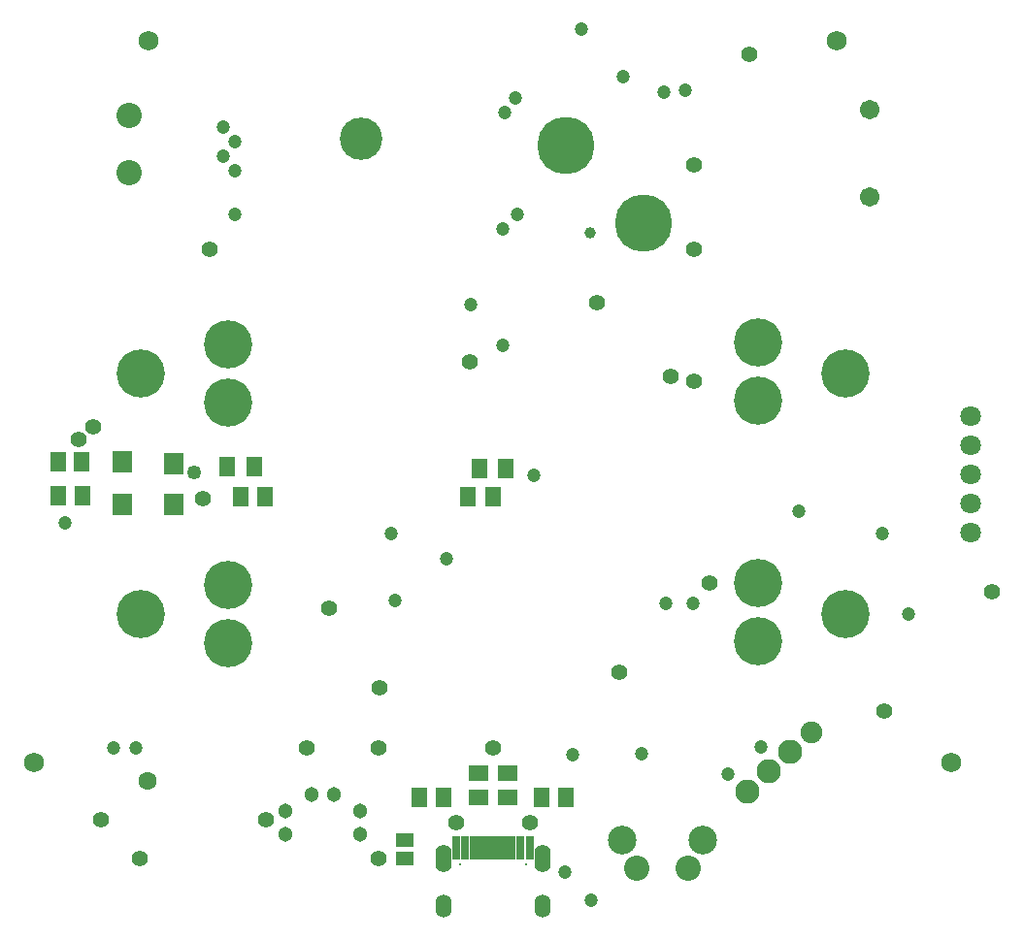
<source format=gbs>
G04*
G04 #@! TF.GenerationSoftware,Altium Limited,Altium Designer,21.6.4 (81)*
G04*
G04 Layer_Color=16711935*
%FSLAX44Y44*%
%MOMM*%
G71*
G04*
G04 #@! TF.SameCoordinates,1D25D15E-8086-452C-9D9C-5104EB157640*
G04*
G04*
G04 #@! TF.FilePolarity,Negative*
G04*
G01*
G75*
%ADD25R,1.5532X1.1532*%
%ADD26R,1.7032X1.4532*%
%ADD39R,0.8032X2.0032*%
%ADD42R,1.4532X1.7032*%
%ADD54C,1.7032*%
%ADD55C,1.8032*%
%ADD56C,2.1032*%
%ADD57C,1.9032*%
%ADD58C,2.5032*%
%ADD59C,2.2032*%
%ADD60C,4.2032*%
%ADD61C,5.0032*%
%ADD62O,1.4032X2.4032*%
%ADD63O,1.4032X2.0032*%
%ADD64C,0.2032*%
%ADD65C,1.7272*%
%ADD66C,1.4032*%
%ADD67C,1.2032*%
%ADD68C,1.0032*%
%ADD69C,1.6032*%
%ADD70C,3.7032*%
%ADD142R,0.5032X2.0032*%
%ADD143R,1.7032X1.9532*%
%ADD144R,1.7032X1.8532*%
%ADD145C,1.3032*%
%ADD146C,1.2532*%
D25*
X633250Y322500D02*
D03*
Y306500D02*
D03*
D26*
X722500Y359500D02*
D03*
Y380500D02*
D03*
X697500D02*
D03*
Y359500D02*
D03*
D39*
X678000Y315350D02*
D03*
X742000D02*
D03*
X734000D02*
D03*
X686000D02*
D03*
D42*
X478500Y648000D02*
D03*
X501500D02*
D03*
X752750Y359500D02*
D03*
X773750D02*
D03*
X351500Y652750D02*
D03*
X330500D02*
D03*
X351750Y623000D02*
D03*
X330750D02*
D03*
X511500Y622000D02*
D03*
X490000D02*
D03*
X710000D02*
D03*
X688500D02*
D03*
X698500Y647000D02*
D03*
X721500D02*
D03*
X666750Y359500D02*
D03*
X645750D02*
D03*
D54*
X1038500Y883650D02*
D03*
Y959850D02*
D03*
D55*
X1126750Y692050D02*
D03*
X1127000Y641250D02*
D03*
Y666650D02*
D03*
Y615850D02*
D03*
Y590450D02*
D03*
D56*
X932424Y364927D02*
D03*
X951000Y382250D02*
D03*
X969576Y399573D02*
D03*
D57*
X988128Y416189D02*
D03*
D58*
X822750Y322500D02*
D03*
X892750D02*
D03*
D59*
X835250Y297500D02*
D03*
X880250D02*
D03*
X393000Y905000D02*
D03*
Y955000D02*
D03*
D60*
X402500Y730000D02*
D03*
Y520000D02*
D03*
X478700Y494600D02*
D03*
Y545400D02*
D03*
Y704600D02*
D03*
Y755400D02*
D03*
X1017500Y520000D02*
D03*
X941300Y546767D02*
D03*
Y495967D02*
D03*
Y705967D02*
D03*
Y756767D02*
D03*
X1017500Y730000D02*
D03*
D61*
X841500Y860950D02*
D03*
X773950Y928500D02*
D03*
D62*
X666800Y306500D02*
D03*
X753200D02*
D03*
D63*
X666800Y264700D02*
D03*
X753200D02*
D03*
D64*
X738900Y301250D02*
D03*
X681100D02*
D03*
D65*
X1010000Y1020000D02*
D03*
X410000D02*
D03*
X1110000Y390000D02*
D03*
X310000D02*
D03*
D66*
X457100Y620000D02*
D03*
X361100Y683000D02*
D03*
X349000Y671608D02*
D03*
X548000Y403000D02*
D03*
X610000D02*
D03*
X611000Y455000D02*
D03*
X610398Y306500D02*
D03*
X512250Y340000D02*
D03*
X885163Y722806D02*
D03*
X899000Y546806D02*
D03*
X567000Y525000D02*
D03*
X820163Y468806D02*
D03*
X1051000Y435000D02*
D03*
X885650Y911750D02*
D03*
X800647Y791225D02*
D03*
X690000Y740000D02*
D03*
X885647Y838225D02*
D03*
X933647Y1008225D02*
D03*
X678000Y338000D02*
D03*
X742000D02*
D03*
X710250Y403000D02*
D03*
X368000Y340000D02*
D03*
X463000Y838000D02*
D03*
X1145094Y539003D02*
D03*
X865163Y726806D02*
D03*
X402000Y306500D02*
D03*
D67*
X915000Y380000D02*
D03*
X944000Y404000D02*
D03*
X796000Y270000D02*
D03*
X773000Y294000D02*
D03*
X398551Y402500D02*
D03*
X485000Y906200D02*
D03*
Y931600D02*
D03*
Y868100D02*
D03*
X861000Y528888D02*
D03*
X859000Y975000D02*
D03*
X824000Y988444D02*
D03*
X885000Y528888D02*
D03*
X1050000Y590000D02*
D03*
X1072500Y519888D02*
D03*
X720000Y957000D02*
D03*
X730000Y969700D02*
D03*
X731000Y868100D02*
D03*
X719000Y855400D02*
D03*
X877850Y976680D02*
D03*
X786921Y1030249D02*
D03*
X475000Y944300D02*
D03*
Y918900D02*
D03*
X690538Y789690D02*
D03*
X779250Y397000D02*
D03*
X337000Y599100D02*
D03*
X719000Y754400D02*
D03*
X977000Y609000D02*
D03*
X669500Y567640D02*
D03*
X839801Y397449D02*
D03*
X379551Y402500D02*
D03*
X621000Y590000D02*
D03*
X624500Y531640D02*
D03*
X746000Y641000D02*
D03*
D68*
X795000Y852500D02*
D03*
D69*
X409000Y374000D02*
D03*
D70*
X595200Y934400D02*
D03*
D142*
X707500Y315350D02*
D03*
X727500D02*
D03*
X692500D02*
D03*
X722500D02*
D03*
X697500D02*
D03*
X717500D02*
D03*
X702500D02*
D03*
X712500D02*
D03*
D143*
X386750Y652500D02*
D03*
Y615000D02*
D03*
X431250Y615500D02*
D03*
D144*
Y651000D02*
D03*
D145*
X551750Y362112D02*
D03*
X571750Y362000D02*
D03*
X529250Y347500D02*
D03*
Y327500D02*
D03*
X594250D02*
D03*
Y347500D02*
D03*
D146*
X449500Y643000D02*
D03*
M02*

</source>
